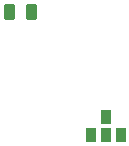
<source format=gbr>
G04 #@! TF.GenerationSoftware,KiCad,Pcbnew,(5.1.5)-3*
G04 #@! TF.CreationDate,2020-11-20T22:13:13+01:00*
G04 #@! TF.ProjectId,Microduino_Base_DE,4d696372-6f64-4756-996e-6f5f42617365,0.0*
G04 #@! TF.SameCoordinates,Original*
G04 #@! TF.FileFunction,Paste,Bot*
G04 #@! TF.FilePolarity,Positive*
%FSLAX46Y46*%
G04 Gerber Fmt 4.6, Leading zero omitted, Abs format (unit mm)*
G04 Created by KiCad (PCBNEW (5.1.5)-3) date 2020-11-20 22:13:13*
%MOMM*%
%LPD*%
G04 APERTURE LIST*
%ADD10R,0.970000X1.270000*%
%ADD11C,0.100000*%
G04 APERTURE END LIST*
D10*
X152654000Y-84772500D03*
X153924000Y-84772500D03*
X155194000Y-84772500D03*
X153924000Y-83222500D03*
D11*
G36*
X146055542Y-73659674D02*
G01*
X146079203Y-73663184D01*
X146102407Y-73668996D01*
X146124929Y-73677054D01*
X146146553Y-73687282D01*
X146167070Y-73699579D01*
X146186283Y-73713829D01*
X146204007Y-73729893D01*
X146220071Y-73747617D01*
X146234321Y-73766830D01*
X146246618Y-73787347D01*
X146256846Y-73808971D01*
X146264904Y-73831493D01*
X146270716Y-73854697D01*
X146274226Y-73878358D01*
X146275400Y-73902250D01*
X146275400Y-74814750D01*
X146274226Y-74838642D01*
X146270716Y-74862303D01*
X146264904Y-74885507D01*
X146256846Y-74908029D01*
X146246618Y-74929653D01*
X146234321Y-74950170D01*
X146220071Y-74969383D01*
X146204007Y-74987107D01*
X146186283Y-75003171D01*
X146167070Y-75017421D01*
X146146553Y-75029718D01*
X146124929Y-75039946D01*
X146102407Y-75048004D01*
X146079203Y-75053816D01*
X146055542Y-75057326D01*
X146031650Y-75058500D01*
X145544150Y-75058500D01*
X145520258Y-75057326D01*
X145496597Y-75053816D01*
X145473393Y-75048004D01*
X145450871Y-75039946D01*
X145429247Y-75029718D01*
X145408730Y-75017421D01*
X145389517Y-75003171D01*
X145371793Y-74987107D01*
X145355729Y-74969383D01*
X145341479Y-74950170D01*
X145329182Y-74929653D01*
X145318954Y-74908029D01*
X145310896Y-74885507D01*
X145305084Y-74862303D01*
X145301574Y-74838642D01*
X145300400Y-74814750D01*
X145300400Y-73902250D01*
X145301574Y-73878358D01*
X145305084Y-73854697D01*
X145310896Y-73831493D01*
X145318954Y-73808971D01*
X145329182Y-73787347D01*
X145341479Y-73766830D01*
X145355729Y-73747617D01*
X145371793Y-73729893D01*
X145389517Y-73713829D01*
X145408730Y-73699579D01*
X145429247Y-73687282D01*
X145450871Y-73677054D01*
X145473393Y-73668996D01*
X145496597Y-73663184D01*
X145520258Y-73659674D01*
X145544150Y-73658500D01*
X146031650Y-73658500D01*
X146055542Y-73659674D01*
G37*
G36*
X147930542Y-73659674D02*
G01*
X147954203Y-73663184D01*
X147977407Y-73668996D01*
X147999929Y-73677054D01*
X148021553Y-73687282D01*
X148042070Y-73699579D01*
X148061283Y-73713829D01*
X148079007Y-73729893D01*
X148095071Y-73747617D01*
X148109321Y-73766830D01*
X148121618Y-73787347D01*
X148131846Y-73808971D01*
X148139904Y-73831493D01*
X148145716Y-73854697D01*
X148149226Y-73878358D01*
X148150400Y-73902250D01*
X148150400Y-74814750D01*
X148149226Y-74838642D01*
X148145716Y-74862303D01*
X148139904Y-74885507D01*
X148131846Y-74908029D01*
X148121618Y-74929653D01*
X148109321Y-74950170D01*
X148095071Y-74969383D01*
X148079007Y-74987107D01*
X148061283Y-75003171D01*
X148042070Y-75017421D01*
X148021553Y-75029718D01*
X147999929Y-75039946D01*
X147977407Y-75048004D01*
X147954203Y-75053816D01*
X147930542Y-75057326D01*
X147906650Y-75058500D01*
X147419150Y-75058500D01*
X147395258Y-75057326D01*
X147371597Y-75053816D01*
X147348393Y-75048004D01*
X147325871Y-75039946D01*
X147304247Y-75029718D01*
X147283730Y-75017421D01*
X147264517Y-75003171D01*
X147246793Y-74987107D01*
X147230729Y-74969383D01*
X147216479Y-74950170D01*
X147204182Y-74929653D01*
X147193954Y-74908029D01*
X147185896Y-74885507D01*
X147180084Y-74862303D01*
X147176574Y-74838642D01*
X147175400Y-74814750D01*
X147175400Y-73902250D01*
X147176574Y-73878358D01*
X147180084Y-73854697D01*
X147185896Y-73831493D01*
X147193954Y-73808971D01*
X147204182Y-73787347D01*
X147216479Y-73766830D01*
X147230729Y-73747617D01*
X147246793Y-73729893D01*
X147264517Y-73713829D01*
X147283730Y-73699579D01*
X147304247Y-73687282D01*
X147325871Y-73677054D01*
X147348393Y-73668996D01*
X147371597Y-73663184D01*
X147395258Y-73659674D01*
X147419150Y-73658500D01*
X147906650Y-73658500D01*
X147930542Y-73659674D01*
G37*
M02*

</source>
